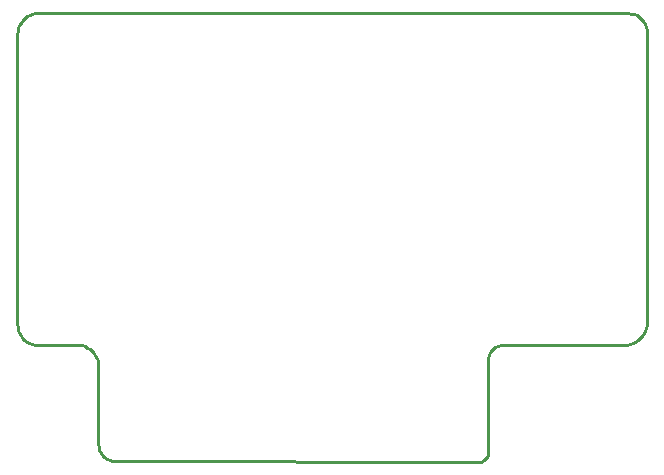
<source format=gko>
G04*
G04 #@! TF.GenerationSoftware,Altium Limited,Altium Designer,24.5.2 (23)*
G04*
G04 Layer_Color=16711935*
%FSLAX25Y25*%
%MOIN*%
G70*
G04*
G04 #@! TF.SameCoordinates,5CCFB9DE-5C0A-4CCD-A088-F0D1A9D58223*
G04*
G04*
G04 #@! TF.FilePolarity,Positive*
G04*
G01*
G75*
%ADD12C,0.01000*%
D12*
X185197Y-176932D02*
X184147Y-177035D01*
X183137Y-177342D01*
X182206Y-177840D01*
X181390Y-178509D01*
X180721Y-179325D01*
X180223Y-180256D01*
X179917Y-181266D01*
X179813Y-182316D01*
X176709Y-216129D02*
X177691Y-215972D01*
X178575Y-215519D01*
X179275Y-214814D01*
X179722Y-213926D01*
X179870Y-212943D01*
X50000Y-210177D02*
X50086Y-211167D01*
X50344Y-212126D01*
X50763Y-213026D01*
X51333Y-213840D01*
X52035Y-214542D01*
X52849Y-215111D01*
X53749Y-215531D01*
X54708Y-215788D01*
X55697Y-215875D01*
X232951Y-72990D02*
X232871Y-71975D01*
X232634Y-70985D01*
X232244Y-70044D01*
X231712Y-69175D01*
X231050Y-68401D01*
X230276Y-67740D01*
X229408Y-67208D01*
X228467Y-66818D01*
X227477Y-66580D01*
X226461Y-66500D01*
X225139Y-177048D02*
X226155Y-176981D01*
X227153Y-176782D01*
X228117Y-176455D01*
X229030Y-176005D01*
X229876Y-175440D01*
X230642Y-174768D01*
X231313Y-174003D01*
X231878Y-173157D01*
X232328Y-172244D01*
X232656Y-171280D01*
X232854Y-170282D01*
X232921Y-169266D01*
X22998Y-170117D02*
X23069Y-171101D01*
X23278Y-172065D01*
X23623Y-172989D01*
X24096Y-173855D01*
X24687Y-174645D01*
X25385Y-175343D01*
X26175Y-175934D01*
X27040Y-176407D01*
X27965Y-176751D01*
X28929Y-176961D01*
X29913Y-177032D01*
X50037Y-184277D02*
X49975Y-183320D01*
X49788Y-182380D01*
X49479Y-181472D01*
X49055Y-180612D01*
X48523Y-179815D01*
X47890Y-179094D01*
X47170Y-178462D01*
X46373Y-177929D01*
X45513Y-177505D01*
X44605Y-177197D01*
X43665Y-177010D01*
X42708Y-176947D01*
X30016Y-66398D02*
X29023Y-66469D01*
X28049Y-66681D01*
X27116Y-67029D01*
X26242Y-67506D01*
X25445Y-68103D01*
X24740Y-68808D01*
X24143Y-69605D01*
X23666Y-70479D01*
X23318Y-71412D01*
X23106Y-72386D01*
X23035Y-73379D01*
X185197Y-176932D02*
X225139Y-177048D01*
X179813Y-182316D02*
X179870Y-212943D01*
X55697Y-215875D02*
X176709Y-216129D01*
X49999Y-190214D02*
X50000Y-210177D01*
X126575Y-66500D02*
X226461Y-66500D01*
X232921Y-169266D02*
X232951Y-72990D01*
X30016Y-66398D02*
X126575Y-66500D01*
X29913Y-177032D02*
X42708Y-176947D01*
X49999Y-190214D02*
X50037Y-184277D01*
X22998Y-170117D02*
X23035Y-73379D01*
M02*

</source>
